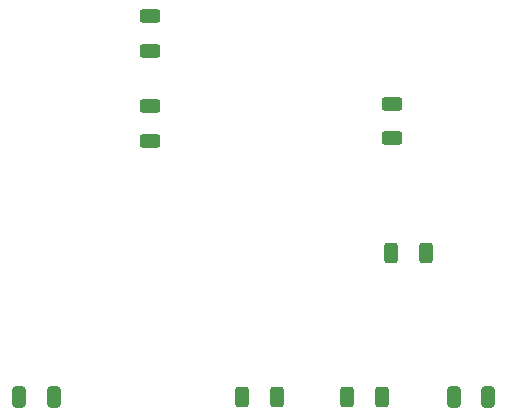
<source format=gbr>
%TF.GenerationSoftware,KiCad,Pcbnew,(7.0.0)*%
%TF.CreationDate,2023-03-13T08:12:35+05:30*%
%TF.ProjectId,Stem,5374656d-2e6b-4696-9361-645f70636258,1.0*%
%TF.SameCoordinates,Original*%
%TF.FileFunction,Paste,Bot*%
%TF.FilePolarity,Positive*%
%FSLAX46Y46*%
G04 Gerber Fmt 4.6, Leading zero omitted, Abs format (unit mm)*
G04 Created by KiCad (PCBNEW (7.0.0)) date 2023-03-13 08:12:35*
%MOMM*%
%LPD*%
G01*
G04 APERTURE LIST*
G04 Aperture macros list*
%AMRoundRect*
0 Rectangle with rounded corners*
0 $1 Rounding radius*
0 $2 $3 $4 $5 $6 $7 $8 $9 X,Y pos of 4 corners*
0 Add a 4 corners polygon primitive as box body*
4,1,4,$2,$3,$4,$5,$6,$7,$8,$9,$2,$3,0*
0 Add four circle primitives for the rounded corners*
1,1,$1+$1,$2,$3*
1,1,$1+$1,$4,$5*
1,1,$1+$1,$6,$7*
1,1,$1+$1,$8,$9*
0 Add four rect primitives between the rounded corners*
20,1,$1+$1,$2,$3,$4,$5,0*
20,1,$1+$1,$4,$5,$6,$7,0*
20,1,$1+$1,$6,$7,$8,$9,0*
20,1,$1+$1,$8,$9,$2,$3,0*%
G04 Aperture macros list end*
%ADD10RoundRect,0.250000X0.625000X-0.312500X0.625000X0.312500X-0.625000X0.312500X-0.625000X-0.312500X0*%
%ADD11RoundRect,0.250000X-0.625000X0.312500X-0.625000X-0.312500X0.625000X-0.312500X0.625000X0.312500X0*%
%ADD12RoundRect,0.250000X-0.325000X-0.650000X0.325000X-0.650000X0.325000X0.650000X-0.325000X0.650000X0*%
%ADD13RoundRect,0.250000X-0.312500X-0.625000X0.312500X-0.625000X0.312500X0.625000X-0.312500X0.625000X0*%
%ADD14RoundRect,0.250000X0.312500X0.625000X-0.312500X0.625000X-0.312500X-0.625000X0.312500X-0.625000X0*%
G04 APERTURE END LIST*
D10*
%TO.C,R2*%
X136880000Y-69082500D03*
X136880000Y-66157500D03*
%TD*%
D11*
%TO.C,R3*%
X157380000Y-73557500D03*
X157380000Y-76482500D03*
%TD*%
D12*
%TO.C,C2*%
X162605000Y-98420000D03*
X165555000Y-98420000D03*
%TD*%
D10*
%TO.C,R1*%
X136880000Y-76682500D03*
X136880000Y-73757500D03*
%TD*%
D12*
%TO.C,C1*%
X125805000Y-98420000D03*
X128755000Y-98420000D03*
%TD*%
D13*
%TO.C,R6*%
X153617500Y-98420000D03*
X156542500Y-98420000D03*
%TD*%
D14*
%TO.C,R5*%
X147642500Y-98420000D03*
X144717500Y-98420000D03*
%TD*%
D13*
%TO.C,R4*%
X157317500Y-86220000D03*
X160242500Y-86220000D03*
%TD*%
M02*

</source>
